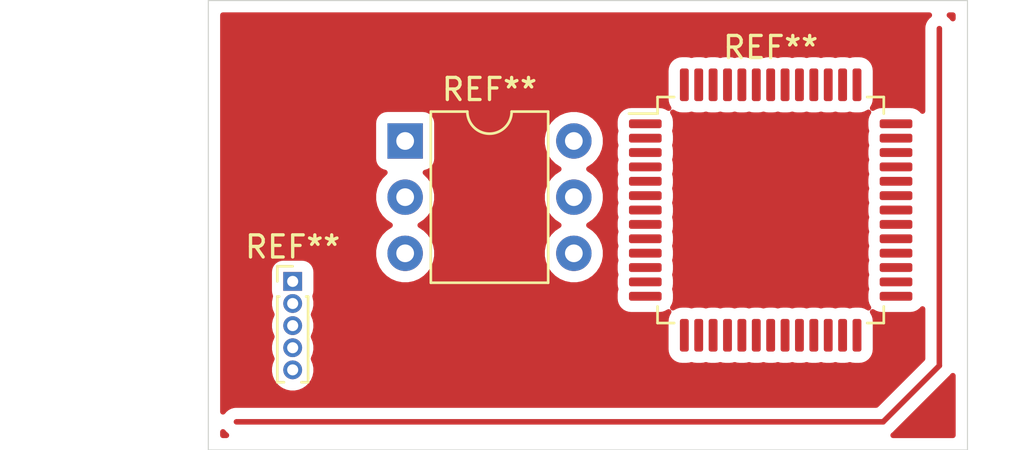
<source format=kicad_pcb>
(kicad_pcb (version 20171130) (host pcbnew 5.1.5+dfsg1-2build2)

  (general
    (thickness 1.6)
    (drawings 4)
    (tracks 3)
    (zones 0)
    (modules 3)
    (nets 1)
  )

  (page A4)
  (layers
    (0 F.Cu signal)
    (31 B.Cu signal)
    (32 B.Adhes user)
    (33 F.Adhes user)
    (34 B.Paste user)
    (35 F.Paste user)
    (36 B.SilkS user)
    (37 F.SilkS user)
    (38 B.Mask user)
    (39 F.Mask user)
    (40 Dwgs.User user)
    (41 Cmts.User user)
    (42 Eco1.User user)
    (43 Eco2.User user)
    (44 Edge.Cuts user)
    (45 Margin user)
    (46 B.CrtYd user)
    (47 F.CrtYd user)
    (48 B.Fab user)
    (49 F.Fab user)
  )

  (setup
    (last_trace_width 0.25)
    (trace_clearance 0.2)
    (zone_clearance 0.508)
    (zone_45_only no)
    (trace_min 0.2)
    (via_size 0.8)
    (via_drill 0.4)
    (via_min_size 0.4)
    (via_min_drill 0.3)
    (uvia_size 0.3)
    (uvia_drill 0.1)
    (uvias_allowed no)
    (uvia_min_size 0.2)
    (uvia_min_drill 0.1)
    (edge_width 0.05)
    (segment_width 0.2)
    (pcb_text_width 0.3)
    (pcb_text_size 1.5 1.5)
    (mod_edge_width 0.12)
    (mod_text_size 1 1)
    (mod_text_width 0.15)
    (pad_size 1.524 1.524)
    (pad_drill 0.762)
    (pad_to_mask_clearance 0.051)
    (solder_mask_min_width 0.25)
    (aux_axis_origin 0 0)
    (visible_elements FFFFFF7F)
    (pcbplotparams
      (layerselection 0x010fc_ffffffff)
      (usegerberextensions false)
      (usegerberattributes false)
      (usegerberadvancedattributes false)
      (creategerberjobfile false)
      (excludeedgelayer true)
      (linewidth 0.150000)
      (plotframeref false)
      (viasonmask false)
      (mode 1)
      (useauxorigin false)
      (hpglpennumber 1)
      (hpglpenspeed 20)
      (hpglpendiameter 15.000000)
      (psnegative false)
      (psa4output false)
      (plotreference true)
      (plotvalue true)
      (plotinvisibletext false)
      (padsonsilk false)
      (subtractmaskfromsilk false)
      (outputformat 5)
      (mirror false)
      (drillshape 0)
      (scaleselection 1)
      (outputdirectory ""))
  )

  (net 0 "")

  (net_class Default "Dies ist die voreingestellte Netzklasse."
    (clearance 0.2)
    (trace_width 0.25)
    (via_dia 0.8)
    (via_drill 0.4)
    (uvia_dia 0.3)
    (uvia_drill 0.1)
  )

  (module Connector_PinHeader_1.00mm:PinHeader_1x05_P1.00mm_Vertical (layer F.Cu) (tedit 59FED738) (tstamp 5EAAFD67)
    (at 67.31 41.91)
    (descr "Through hole straight pin header, 1x05, 1.00mm pitch, single row")
    (tags "Through hole pin header THT 1x05 1.00mm single row")
    (fp_text reference REF** (at 0 -1.56) (layer F.SilkS)
      (effects (font (size 1 1) (thickness 0.15)))
    )
    (fp_text value PinHeader_1x05_P1.00mm_Vertical (at 0 5.56) (layer F.Fab)
      (effects (font (size 1 1) (thickness 0.15)))
    )
    (fp_text user %R (at 0 2 90) (layer F.Fab)
      (effects (font (size 0.76 0.76) (thickness 0.114)))
    )
    (fp_line (start 1.15 -1) (end -1.15 -1) (layer F.CrtYd) (width 0.05))
    (fp_line (start 1.15 5) (end 1.15 -1) (layer F.CrtYd) (width 0.05))
    (fp_line (start -1.15 5) (end 1.15 5) (layer F.CrtYd) (width 0.05))
    (fp_line (start -1.15 -1) (end -1.15 5) (layer F.CrtYd) (width 0.05))
    (fp_line (start -0.695 -0.685) (end 0 -0.685) (layer F.SilkS) (width 0.12))
    (fp_line (start -0.695 0) (end -0.695 -0.685) (layer F.SilkS) (width 0.12))
    (fp_line (start 0.608276 0.685) (end 0.695 0.685) (layer F.SilkS) (width 0.12))
    (fp_line (start -0.695 0.685) (end -0.608276 0.685) (layer F.SilkS) (width 0.12))
    (fp_line (start 0.695 0.685) (end 0.695 4.56) (layer F.SilkS) (width 0.12))
    (fp_line (start -0.695 0.685) (end -0.695 4.56) (layer F.SilkS) (width 0.12))
    (fp_line (start 0.394493 4.56) (end 0.695 4.56) (layer F.SilkS) (width 0.12))
    (fp_line (start -0.695 4.56) (end -0.394493 4.56) (layer F.SilkS) (width 0.12))
    (fp_line (start -0.635 -0.1825) (end -0.3175 -0.5) (layer F.Fab) (width 0.1))
    (fp_line (start -0.635 4.5) (end -0.635 -0.1825) (layer F.Fab) (width 0.1))
    (fp_line (start 0.635 4.5) (end -0.635 4.5) (layer F.Fab) (width 0.1))
    (fp_line (start 0.635 -0.5) (end 0.635 4.5) (layer F.Fab) (width 0.1))
    (fp_line (start -0.3175 -0.5) (end 0.635 -0.5) (layer F.Fab) (width 0.1))
    (pad 5 thru_hole oval (at 0 4) (size 0.85 0.85) (drill 0.5) (layers *.Cu *.Mask))
    (pad 4 thru_hole oval (at 0 3) (size 0.85 0.85) (drill 0.5) (layers *.Cu *.Mask))
    (pad 3 thru_hole oval (at 0 2) (size 0.85 0.85) (drill 0.5) (layers *.Cu *.Mask))
    (pad 2 thru_hole oval (at 0 1) (size 0.85 0.85) (drill 0.5) (layers *.Cu *.Mask))
    (pad 1 thru_hole rect (at 0 0) (size 0.85 0.85) (drill 0.5) (layers *.Cu *.Mask))
    (model ${KISYS3DMOD}/Connector_PinHeader_1.00mm.3dshapes/PinHeader_1x05_P1.00mm_Vertical.wrl
      (at (xyz 0 0 0))
      (scale (xyz 1 1 1))
      (rotate (xyz 0 0 0))
    )
  )

  (module Package_QFP:LQFP-52_10x10mm_P0.65mm (layer F.Cu) (tedit 5D9F72AF) (tstamp 5EAAE04B)
    (at 88.9 38.6825)
    (descr "LQFP, 52 Pin (https://www.nxp.com/docs/en/package-information/98ARL10526D.pdf), generated with kicad-footprint-generator ipc_gullwing_generator.py")
    (tags "LQFP QFP")
    (attr smd)
    (fp_text reference REF** (at 0 -7.35) (layer F.SilkS)
      (effects (font (size 1 1) (thickness 0.15)))
    )
    (fp_text value LQFP-52_10x10mm_P0.65mm (at 0 7.35) (layer F.Fab)
      (effects (font (size 1 1) (thickness 0.15)))
    )
    (fp_text user %R (at 0 0) (layer F.Fab)
      (effects (font (size 1 1) (thickness 0.15)))
    )
    (fp_line (start 6.65 4.35) (end 6.65 0) (layer F.CrtYd) (width 0.05))
    (fp_line (start 5.25 4.35) (end 6.65 4.35) (layer F.CrtYd) (width 0.05))
    (fp_line (start 5.25 5.25) (end 5.25 4.35) (layer F.CrtYd) (width 0.05))
    (fp_line (start 4.35 5.25) (end 5.25 5.25) (layer F.CrtYd) (width 0.05))
    (fp_line (start 4.35 6.65) (end 4.35 5.25) (layer F.CrtYd) (width 0.05))
    (fp_line (start 0 6.65) (end 4.35 6.65) (layer F.CrtYd) (width 0.05))
    (fp_line (start -6.65 4.35) (end -6.65 0) (layer F.CrtYd) (width 0.05))
    (fp_line (start -5.25 4.35) (end -6.65 4.35) (layer F.CrtYd) (width 0.05))
    (fp_line (start -5.25 5.25) (end -5.25 4.35) (layer F.CrtYd) (width 0.05))
    (fp_line (start -4.35 5.25) (end -5.25 5.25) (layer F.CrtYd) (width 0.05))
    (fp_line (start -4.35 6.65) (end -4.35 5.25) (layer F.CrtYd) (width 0.05))
    (fp_line (start 0 6.65) (end -4.35 6.65) (layer F.CrtYd) (width 0.05))
    (fp_line (start 6.65 -4.35) (end 6.65 0) (layer F.CrtYd) (width 0.05))
    (fp_line (start 5.25 -4.35) (end 6.65 -4.35) (layer F.CrtYd) (width 0.05))
    (fp_line (start 5.25 -5.25) (end 5.25 -4.35) (layer F.CrtYd) (width 0.05))
    (fp_line (start 4.35 -5.25) (end 5.25 -5.25) (layer F.CrtYd) (width 0.05))
    (fp_line (start 4.35 -6.65) (end 4.35 -5.25) (layer F.CrtYd) (width 0.05))
    (fp_line (start 0 -6.65) (end 4.35 -6.65) (layer F.CrtYd) (width 0.05))
    (fp_line (start -6.65 -4.35) (end -6.65 0) (layer F.CrtYd) (width 0.05))
    (fp_line (start -5.25 -4.35) (end -6.65 -4.35) (layer F.CrtYd) (width 0.05))
    (fp_line (start -5.25 -5.25) (end -5.25 -4.35) (layer F.CrtYd) (width 0.05))
    (fp_line (start -4.35 -5.25) (end -5.25 -5.25) (layer F.CrtYd) (width 0.05))
    (fp_line (start -4.35 -6.65) (end -4.35 -5.25) (layer F.CrtYd) (width 0.05))
    (fp_line (start 0 -6.65) (end -4.35 -6.65) (layer F.CrtYd) (width 0.05))
    (fp_line (start -5 -4) (end -4 -5) (layer F.Fab) (width 0.1))
    (fp_line (start -5 5) (end -5 -4) (layer F.Fab) (width 0.1))
    (fp_line (start 5 5) (end -5 5) (layer F.Fab) (width 0.1))
    (fp_line (start 5 -5) (end 5 5) (layer F.Fab) (width 0.1))
    (fp_line (start -4 -5) (end 5 -5) (layer F.Fab) (width 0.1))
    (fp_line (start -5.11 -4.36) (end -6.4 -4.36) (layer F.SilkS) (width 0.12))
    (fp_line (start -5.11 -5.11) (end -5.11 -4.36) (layer F.SilkS) (width 0.12))
    (fp_line (start -4.36 -5.11) (end -5.11 -5.11) (layer F.SilkS) (width 0.12))
    (fp_line (start 5.11 -5.11) (end 5.11 -4.36) (layer F.SilkS) (width 0.12))
    (fp_line (start 4.36 -5.11) (end 5.11 -5.11) (layer F.SilkS) (width 0.12))
    (fp_line (start -5.11 5.11) (end -5.11 4.36) (layer F.SilkS) (width 0.12))
    (fp_line (start -4.36 5.11) (end -5.11 5.11) (layer F.SilkS) (width 0.12))
    (fp_line (start 5.11 5.11) (end 5.11 4.36) (layer F.SilkS) (width 0.12))
    (fp_line (start 4.36 5.11) (end 5.11 5.11) (layer F.SilkS) (width 0.12))
    (pad 52 smd roundrect (at -3.9 -5.6625) (size 0.4 1.475) (layers F.Cu F.Paste F.Mask) (roundrect_rratio 0.25))
    (pad 51 smd roundrect (at -3.25 -5.6625) (size 0.4 1.475) (layers F.Cu F.Paste F.Mask) (roundrect_rratio 0.25))
    (pad 50 smd roundrect (at -2.6 -5.6625) (size 0.4 1.475) (layers F.Cu F.Paste F.Mask) (roundrect_rratio 0.25))
    (pad 49 smd roundrect (at -1.95 -5.6625) (size 0.4 1.475) (layers F.Cu F.Paste F.Mask) (roundrect_rratio 0.25))
    (pad 48 smd roundrect (at -1.3 -5.6625) (size 0.4 1.475) (layers F.Cu F.Paste F.Mask) (roundrect_rratio 0.25))
    (pad 47 smd roundrect (at -0.65 -5.6625) (size 0.4 1.475) (layers F.Cu F.Paste F.Mask) (roundrect_rratio 0.25))
    (pad 46 smd roundrect (at 0 -5.6625) (size 0.4 1.475) (layers F.Cu F.Paste F.Mask) (roundrect_rratio 0.25))
    (pad 45 smd roundrect (at 0.65 -5.6625) (size 0.4 1.475) (layers F.Cu F.Paste F.Mask) (roundrect_rratio 0.25))
    (pad 44 smd roundrect (at 1.3 -5.6625) (size 0.4 1.475) (layers F.Cu F.Paste F.Mask) (roundrect_rratio 0.25))
    (pad 43 smd roundrect (at 1.95 -5.6625) (size 0.4 1.475) (layers F.Cu F.Paste F.Mask) (roundrect_rratio 0.25))
    (pad 42 smd roundrect (at 2.6 -5.6625) (size 0.4 1.475) (layers F.Cu F.Paste F.Mask) (roundrect_rratio 0.25))
    (pad 41 smd roundrect (at 3.25 -5.6625) (size 0.4 1.475) (layers F.Cu F.Paste F.Mask) (roundrect_rratio 0.25))
    (pad 40 smd roundrect (at 3.9 -5.6625) (size 0.4 1.475) (layers F.Cu F.Paste F.Mask) (roundrect_rratio 0.25))
    (pad 39 smd roundrect (at 5.6625 -3.9) (size 1.475 0.4) (layers F.Cu F.Paste F.Mask) (roundrect_rratio 0.25))
    (pad 38 smd roundrect (at 5.6625 -3.25) (size 1.475 0.4) (layers F.Cu F.Paste F.Mask) (roundrect_rratio 0.25))
    (pad 37 smd roundrect (at 5.6625 -2.6) (size 1.475 0.4) (layers F.Cu F.Paste F.Mask) (roundrect_rratio 0.25))
    (pad 36 smd roundrect (at 5.6625 -1.95) (size 1.475 0.4) (layers F.Cu F.Paste F.Mask) (roundrect_rratio 0.25))
    (pad 35 smd roundrect (at 5.6625 -1.3) (size 1.475 0.4) (layers F.Cu F.Paste F.Mask) (roundrect_rratio 0.25))
    (pad 34 smd roundrect (at 5.6625 -0.65) (size 1.475 0.4) (layers F.Cu F.Paste F.Mask) (roundrect_rratio 0.25))
    (pad 33 smd roundrect (at 5.6625 0) (size 1.475 0.4) (layers F.Cu F.Paste F.Mask) (roundrect_rratio 0.25))
    (pad 32 smd roundrect (at 5.6625 0.65) (size 1.475 0.4) (layers F.Cu F.Paste F.Mask) (roundrect_rratio 0.25))
    (pad 31 smd roundrect (at 5.6625 1.3) (size 1.475 0.4) (layers F.Cu F.Paste F.Mask) (roundrect_rratio 0.25))
    (pad 30 smd roundrect (at 5.6625 1.95) (size 1.475 0.4) (layers F.Cu F.Paste F.Mask) (roundrect_rratio 0.25))
    (pad 29 smd roundrect (at 5.6625 2.6) (size 1.475 0.4) (layers F.Cu F.Paste F.Mask) (roundrect_rratio 0.25))
    (pad 28 smd roundrect (at 5.6625 3.25) (size 1.475 0.4) (layers F.Cu F.Paste F.Mask) (roundrect_rratio 0.25))
    (pad 27 smd roundrect (at 5.6625 3.9) (size 1.475 0.4) (layers F.Cu F.Paste F.Mask) (roundrect_rratio 0.25))
    (pad 26 smd roundrect (at 3.9 5.6625) (size 0.4 1.475) (layers F.Cu F.Paste F.Mask) (roundrect_rratio 0.25))
    (pad 25 smd roundrect (at 3.25 5.6625) (size 0.4 1.475) (layers F.Cu F.Paste F.Mask) (roundrect_rratio 0.25))
    (pad 24 smd roundrect (at 2.6 5.6625) (size 0.4 1.475) (layers F.Cu F.Paste F.Mask) (roundrect_rratio 0.25))
    (pad 23 smd roundrect (at 1.95 5.6625) (size 0.4 1.475) (layers F.Cu F.Paste F.Mask) (roundrect_rratio 0.25))
    (pad 22 smd roundrect (at 1.3 5.6625) (size 0.4 1.475) (layers F.Cu F.Paste F.Mask) (roundrect_rratio 0.25))
    (pad 21 smd roundrect (at 0.65 5.6625) (size 0.4 1.475) (layers F.Cu F.Paste F.Mask) (roundrect_rratio 0.25))
    (pad 20 smd roundrect (at 0 5.6625) (size 0.4 1.475) (layers F.Cu F.Paste F.Mask) (roundrect_rratio 0.25))
    (pad 19 smd roundrect (at -0.65 5.6625) (size 0.4 1.475) (layers F.Cu F.Paste F.Mask) (roundrect_rratio 0.25))
    (pad 18 smd roundrect (at -1.3 5.6625) (size 0.4 1.475) (layers F.Cu F.Paste F.Mask) (roundrect_rratio 0.25))
    (pad 17 smd roundrect (at -1.95 5.6625) (size 0.4 1.475) (layers F.Cu F.Paste F.Mask) (roundrect_rratio 0.25))
    (pad 16 smd roundrect (at -2.6 5.6625) (size 0.4 1.475) (layers F.Cu F.Paste F.Mask) (roundrect_rratio 0.25))
    (pad 15 smd roundrect (at -3.25 5.6625) (size 0.4 1.475) (layers F.Cu F.Paste F.Mask) (roundrect_rratio 0.25))
    (pad 14 smd roundrect (at -3.9 5.6625) (size 0.4 1.475) (layers F.Cu F.Paste F.Mask) (roundrect_rratio 0.25))
    (pad 13 smd roundrect (at -5.6625 3.9) (size 1.475 0.4) (layers F.Cu F.Paste F.Mask) (roundrect_rratio 0.25))
    (pad 12 smd roundrect (at -5.6625 3.25) (size 1.475 0.4) (layers F.Cu F.Paste F.Mask) (roundrect_rratio 0.25))
    (pad 11 smd roundrect (at -5.6625 2.6) (size 1.475 0.4) (layers F.Cu F.Paste F.Mask) (roundrect_rratio 0.25))
    (pad 10 smd roundrect (at -5.6625 1.95) (size 1.475 0.4) (layers F.Cu F.Paste F.Mask) (roundrect_rratio 0.25))
    (pad 9 smd roundrect (at -5.6625 1.3) (size 1.475 0.4) (layers F.Cu F.Paste F.Mask) (roundrect_rratio 0.25))
    (pad 8 smd roundrect (at -5.6625 0.65) (size 1.475 0.4) (layers F.Cu F.Paste F.Mask) (roundrect_rratio 0.25))
    (pad 7 smd roundrect (at -5.6625 0) (size 1.475 0.4) (layers F.Cu F.Paste F.Mask) (roundrect_rratio 0.25))
    (pad 6 smd roundrect (at -5.6625 -0.65) (size 1.475 0.4) (layers F.Cu F.Paste F.Mask) (roundrect_rratio 0.25))
    (pad 5 smd roundrect (at -5.6625 -1.3) (size 1.475 0.4) (layers F.Cu F.Paste F.Mask) (roundrect_rratio 0.25))
    (pad 4 smd roundrect (at -5.6625 -1.95) (size 1.475 0.4) (layers F.Cu F.Paste F.Mask) (roundrect_rratio 0.25))
    (pad 3 smd roundrect (at -5.6625 -2.6) (size 1.475 0.4) (layers F.Cu F.Paste F.Mask) (roundrect_rratio 0.25))
    (pad 2 smd roundrect (at -5.6625 -3.25) (size 1.475 0.4) (layers F.Cu F.Paste F.Mask) (roundrect_rratio 0.25))
    (pad 1 smd roundrect (at -5.6625 -3.9) (size 1.475 0.4) (layers F.Cu F.Paste F.Mask) (roundrect_rratio 0.25))
    (model ${KISYS3DMOD}/Package_QFP.3dshapes/LQFP-52_10x10mm_P0.65mm.wrl
      (at (xyz 0 0 0))
      (scale (xyz 1 1 1))
      (rotate (xyz 0 0 0))
    )
  )

  (module Package_DIP:DIP-6_W7.62mm (layer F.Cu) (tedit 5A02E8C5) (tstamp 5EAABCB8)
    (at 72.39 35.56)
    (descr "6-lead though-hole mounted DIP package, row spacing 7.62 mm (300 mils)")
    (tags "THT DIP DIL PDIP 2.54mm 7.62mm 300mil")
    (fp_text reference REF** (at 3.81 -2.33) (layer F.SilkS)
      (effects (font (size 1 1) (thickness 0.15)))
    )
    (fp_text value DIP-6_W7.62mm (at 3.81 7.41) (layer F.Fab)
      (effects (font (size 1 1) (thickness 0.15)))
    )
    (fp_text user %R (at 3.81 2.54) (layer F.Fab)
      (effects (font (size 1 1) (thickness 0.15)))
    )
    (fp_line (start 8.7 -1.55) (end -1.1 -1.55) (layer F.CrtYd) (width 0.05))
    (fp_line (start 8.7 6.6) (end 8.7 -1.55) (layer F.CrtYd) (width 0.05))
    (fp_line (start -1.1 6.6) (end 8.7 6.6) (layer F.CrtYd) (width 0.05))
    (fp_line (start -1.1 -1.55) (end -1.1 6.6) (layer F.CrtYd) (width 0.05))
    (fp_line (start 6.46 -1.33) (end 4.81 -1.33) (layer F.SilkS) (width 0.12))
    (fp_line (start 6.46 6.41) (end 6.46 -1.33) (layer F.SilkS) (width 0.12))
    (fp_line (start 1.16 6.41) (end 6.46 6.41) (layer F.SilkS) (width 0.12))
    (fp_line (start 1.16 -1.33) (end 1.16 6.41) (layer F.SilkS) (width 0.12))
    (fp_line (start 2.81 -1.33) (end 1.16 -1.33) (layer F.SilkS) (width 0.12))
    (fp_line (start 0.635 -0.27) (end 1.635 -1.27) (layer F.Fab) (width 0.1))
    (fp_line (start 0.635 6.35) (end 0.635 -0.27) (layer F.Fab) (width 0.1))
    (fp_line (start 6.985 6.35) (end 0.635 6.35) (layer F.Fab) (width 0.1))
    (fp_line (start 6.985 -1.27) (end 6.985 6.35) (layer F.Fab) (width 0.1))
    (fp_line (start 1.635 -1.27) (end 6.985 -1.27) (layer F.Fab) (width 0.1))
    (fp_arc (start 3.81 -1.33) (end 2.81 -1.33) (angle -180) (layer F.SilkS) (width 0.12))
    (pad 6 thru_hole oval (at 7.62 0) (size 1.6 1.6) (drill 0.8) (layers *.Cu *.Mask))
    (pad 3 thru_hole oval (at 0 5.08) (size 1.6 1.6) (drill 0.8) (layers *.Cu *.Mask))
    (pad 5 thru_hole oval (at 7.62 2.54) (size 1.6 1.6) (drill 0.8) (layers *.Cu *.Mask))
    (pad 2 thru_hole oval (at 0 2.54) (size 1.6 1.6) (drill 0.8) (layers *.Cu *.Mask))
    (pad 4 thru_hole oval (at 7.62 5.08) (size 1.6 1.6) (drill 0.8) (layers *.Cu *.Mask))
    (pad 1 thru_hole rect (at 0 0) (size 1.6 1.6) (drill 0.8) (layers *.Cu *.Mask))
    (model ${KISYS3DMOD}/Package_DIP.3dshapes/DIP-6_W7.62mm.wrl
      (at (xyz 0 0 0))
      (scale (xyz 1 1 1))
      (rotate (xyz 0 0 0))
    )
  )

  (gr_line (start 63.5 49.53) (end 63.5 29.21) (layer Edge.Cuts) (width 0.05) (tstamp 5EAACF03))
  (gr_line (start 97.79 49.53) (end 63.5 49.53) (layer Edge.Cuts) (width 0.05))
  (gr_line (start 97.79 29.21) (end 97.79 49.53) (layer Edge.Cuts) (width 0.05))
  (gr_line (start 63.5 29.21) (end 97.79 29.21) (layer Edge.Cuts) (width 0.05))

  (segment (start 64.77 48.26) (end 93.98 48.26) (width 0.25) (layer F.Cu) (net 0))
  (segment (start 93.98 48.26) (end 96.52 45.72) (width 0.25) (layer F.Cu) (net 0))
  (segment (start 96.52 45.72) (end 96.52 30.48) (width 0.25) (layer F.Cu) (net 0))

  (zone (net 0) (net_name "") (layer F.Cu) (tstamp 0) (hatch edge 0.508)
    (connect_pads (clearance 0.508))
    (min_thickness 0.254)
    (fill yes (arc_segments 32) (thermal_gap 0.508) (thermal_bridge_width 0.508))
    (polygon
      (pts
        (xy 97.79 49.53) (xy 63.5 49.53) (xy 63.5 29.21) (xy 97.79 29.21)
      )
    )
    (filled_polygon
      (pts
        (xy 97.130001 48.87) (xy 94.434707 48.87) (xy 94.520001 48.800001) (xy 94.543804 48.770997) (xy 97.031009 46.283794)
        (xy 97.060001 46.260001) (xy 97.083795 46.231008) (xy 97.083799 46.231004) (xy 97.130001 46.174706)
      )
    )
    (filled_polygon
      (pts
        (xy 64.229999 48.800001) (xy 64.315293 48.87) (xy 64.16 48.87) (xy 64.16 48.714707)
      )
    )
    (filled_polygon
      (pts
        (xy 95.98 29.939999) (xy 95.885027 30.055724) (xy 95.814455 30.187753) (xy 95.770998 30.331014) (xy 95.760001 30.442667)
        (xy 95.760001 34.207035) (xy 95.721896 34.160604) (xy 95.610051 34.068816) (xy 95.482448 34.00061) (xy 95.343991 33.95861)
        (xy 95.2 33.944428) (xy 93.925 33.944428) (xy 93.781009 33.95861) (xy 93.642552 34.00061) (xy 93.514949 34.068816)
        (xy 93.507895 34.074605) (xy 93.513684 34.067551) (xy 93.58189 33.939948) (xy 93.62389 33.801491) (xy 93.638072 33.6575)
        (xy 93.638072 32.3825) (xy 93.62389 32.238509) (xy 93.58189 32.100052) (xy 93.513684 31.972449) (xy 93.421896 31.860604)
        (xy 93.310051 31.768816) (xy 93.182448 31.70061) (xy 93.043991 31.65861) (xy 92.9 31.644428) (xy 92.7 31.644428)
        (xy 92.556009 31.65861) (xy 92.475 31.683184) (xy 92.393991 31.65861) (xy 92.25 31.644428) (xy 92.05 31.644428)
        (xy 91.906009 31.65861) (xy 91.825 31.683184) (xy 91.743991 31.65861) (xy 91.6 31.644428) (xy 91.4 31.644428)
        (xy 91.256009 31.65861) (xy 91.175 31.683184) (xy 91.093991 31.65861) (xy 90.95 31.644428) (xy 90.75 31.644428)
        (xy 90.606009 31.65861) (xy 90.525 31.683184) (xy 90.443991 31.65861) (xy 90.3 31.644428) (xy 90.1 31.644428)
        (xy 89.956009 31.65861) (xy 89.875 31.683184) (xy 89.793991 31.65861) (xy 89.65 31.644428) (xy 89.45 31.644428)
        (xy 89.306009 31.65861) (xy 89.225 31.683184) (xy 89.143991 31.65861) (xy 89 31.644428) (xy 88.8 31.644428)
        (xy 88.656009 31.65861) (xy 88.575 31.683184) (xy 88.493991 31.65861) (xy 88.35 31.644428) (xy 88.15 31.644428)
        (xy 88.006009 31.65861) (xy 87.925 31.683184) (xy 87.843991 31.65861) (xy 87.7 31.644428) (xy 87.5 31.644428)
        (xy 87.356009 31.65861) (xy 87.275 31.683184) (xy 87.193991 31.65861) (xy 87.05 31.644428) (xy 86.85 31.644428)
        (xy 86.706009 31.65861) (xy 86.625 31.683184) (xy 86.543991 31.65861) (xy 86.4 31.644428) (xy 86.2 31.644428)
        (xy 86.056009 31.65861) (xy 85.975 31.683184) (xy 85.893991 31.65861) (xy 85.75 31.644428) (xy 85.55 31.644428)
        (xy 85.406009 31.65861) (xy 85.325 31.683184) (xy 85.243991 31.65861) (xy 85.1 31.644428) (xy 84.9 31.644428)
        (xy 84.756009 31.65861) (xy 84.617552 31.70061) (xy 84.489949 31.768816) (xy 84.378104 31.860604) (xy 84.286316 31.972449)
        (xy 84.21811 32.100052) (xy 84.17611 32.238509) (xy 84.161928 32.3825) (xy 84.161928 33.6575) (xy 84.17611 33.801491)
        (xy 84.21811 33.939948) (xy 84.286316 34.067551) (xy 84.292105 34.074605) (xy 84.285051 34.068816) (xy 84.157448 34.00061)
        (xy 84.018991 33.95861) (xy 83.875 33.944428) (xy 82.6 33.944428) (xy 82.456009 33.95861) (xy 82.317552 34.00061)
        (xy 82.189949 34.068816) (xy 82.078104 34.160604) (xy 81.986316 34.272449) (xy 81.91811 34.400052) (xy 81.87611 34.538509)
        (xy 81.861928 34.6825) (xy 81.861928 34.8825) (xy 81.87611 35.026491) (xy 81.900684 35.1075) (xy 81.87611 35.188509)
        (xy 81.861928 35.3325) (xy 81.861928 35.5325) (xy 81.87611 35.676491) (xy 81.900684 35.7575) (xy 81.87611 35.838509)
        (xy 81.861928 35.9825) (xy 81.861928 36.1825) (xy 81.87611 36.326491) (xy 81.900684 36.4075) (xy 81.87611 36.488509)
        (xy 81.861928 36.6325) (xy 81.861928 36.8325) (xy 81.87611 36.976491) (xy 81.900684 37.0575) (xy 81.87611 37.138509)
        (xy 81.861928 37.2825) (xy 81.861928 37.4825) (xy 81.87611 37.626491) (xy 81.900684 37.7075) (xy 81.87611 37.788509)
        (xy 81.861928 37.9325) (xy 81.861928 38.1325) (xy 81.87611 38.276491) (xy 81.900684 38.3575) (xy 81.87611 38.438509)
        (xy 81.861928 38.5825) (xy 81.861928 38.7825) (xy 81.87611 38.926491) (xy 81.900684 39.0075) (xy 81.87611 39.088509)
        (xy 81.861928 39.2325) (xy 81.861928 39.4325) (xy 81.87611 39.576491) (xy 81.900684 39.6575) (xy 81.87611 39.738509)
        (xy 81.861928 39.8825) (xy 81.861928 40.0825) (xy 81.87611 40.226491) (xy 81.900684 40.3075) (xy 81.87611 40.388509)
        (xy 81.861928 40.5325) (xy 81.861928 40.7325) (xy 81.87611 40.876491) (xy 81.900684 40.9575) (xy 81.87611 41.038509)
        (xy 81.861928 41.1825) (xy 81.861928 41.3825) (xy 81.87611 41.526491) (xy 81.900684 41.6075) (xy 81.87611 41.688509)
        (xy 81.861928 41.8325) (xy 81.861928 42.0325) (xy 81.87611 42.176491) (xy 81.900684 42.2575) (xy 81.87611 42.338509)
        (xy 81.861928 42.4825) (xy 81.861928 42.6825) (xy 81.87611 42.826491) (xy 81.91811 42.964948) (xy 81.986316 43.092551)
        (xy 82.078104 43.204396) (xy 82.189949 43.296184) (xy 82.317552 43.36439) (xy 82.456009 43.40639) (xy 82.6 43.420572)
        (xy 83.875 43.420572) (xy 84.018991 43.40639) (xy 84.157448 43.36439) (xy 84.285051 43.296184) (xy 84.292105 43.290395)
        (xy 84.286316 43.297449) (xy 84.21811 43.425052) (xy 84.17611 43.563509) (xy 84.161928 43.7075) (xy 84.161928 44.9825)
        (xy 84.17611 45.126491) (xy 84.21811 45.264948) (xy 84.286316 45.392551) (xy 84.378104 45.504396) (xy 84.489949 45.596184)
        (xy 84.617552 45.66439) (xy 84.756009 45.70639) (xy 84.9 45.720572) (xy 85.1 45.720572) (xy 85.243991 45.70639)
        (xy 85.325 45.681816) (xy 85.406009 45.70639) (xy 85.55 45.720572) (xy 85.75 45.720572) (xy 85.893991 45.70639)
        (xy 85.975 45.681816) (xy 86.056009 45.70639) (xy 86.2 45.720572) (xy 86.4 45.720572) (xy 86.543991 45.70639)
        (xy 86.625 45.681816) (xy 86.706009 45.70639) (xy 86.85 45.720572) (xy 87.05 45.720572) (xy 87.193991 45.70639)
        (xy 87.275 45.681816) (xy 87.356009 45.70639) (xy 87.5 45.720572) (xy 87.7 45.720572) (xy 87.843991 45.70639)
        (xy 87.925 45.681816) (xy 88.006009 45.70639) (xy 88.15 45.720572) (xy 88.35 45.720572) (xy 88.493991 45.70639)
        (xy 88.575 45.681816) (xy 88.656009 45.70639) (xy 88.8 45.720572) (xy 89 45.720572) (xy 89.143991 45.70639)
        (xy 89.225 45.681816) (xy 89.306009 45.70639) (xy 89.45 45.720572) (xy 89.65 45.720572) (xy 89.793991 45.70639)
        (xy 89.875 45.681816) (xy 89.956009 45.70639) (xy 90.1 45.720572) (xy 90.3 45.720572) (xy 90.443991 45.70639)
        (xy 90.525 45.681816) (xy 90.606009 45.70639) (xy 90.75 45.720572) (xy 90.95 45.720572) (xy 91.093991 45.70639)
        (xy 91.175 45.681816) (xy 91.256009 45.70639) (xy 91.4 45.720572) (xy 91.6 45.720572) (xy 91.743991 45.70639)
        (xy 91.825 45.681816) (xy 91.906009 45.70639) (xy 92.05 45.720572) (xy 92.25 45.720572) (xy 92.393991 45.70639)
        (xy 92.475 45.681816) (xy 92.556009 45.70639) (xy 92.7 45.720572) (xy 92.9 45.720572) (xy 93.043991 45.70639)
        (xy 93.182448 45.66439) (xy 93.310051 45.596184) (xy 93.421896 45.504396) (xy 93.513684 45.392551) (xy 93.58189 45.264948)
        (xy 93.62389 45.126491) (xy 93.638072 44.9825) (xy 93.638072 43.7075) (xy 93.62389 43.563509) (xy 93.58189 43.425052)
        (xy 93.513684 43.297449) (xy 93.507895 43.290395) (xy 93.514949 43.296184) (xy 93.642552 43.36439) (xy 93.781009 43.40639)
        (xy 93.925 43.420572) (xy 95.2 43.420572) (xy 95.343991 43.40639) (xy 95.482448 43.36439) (xy 95.610051 43.296184)
        (xy 95.721896 43.204396) (xy 95.76 43.157966) (xy 95.76 45.405197) (xy 93.665199 47.5) (xy 64.732667 47.5)
        (xy 64.621014 47.510997) (xy 64.477753 47.554454) (xy 64.345724 47.625026) (xy 64.229999 47.719999) (xy 64.16 47.805293)
        (xy 64.16 41.485) (xy 66.246928 41.485) (xy 66.246928 42.335) (xy 66.259188 42.459482) (xy 66.295498 42.57918)
        (xy 66.297862 42.583603) (xy 66.290735 42.600809) (xy 66.25 42.805599) (xy 66.25 43.014401) (xy 66.290735 43.219191)
        (xy 66.369771 43.41) (xy 66.290735 43.600809) (xy 66.25 43.805599) (xy 66.25 44.014401) (xy 66.290735 44.219191)
        (xy 66.369771 44.41) (xy 66.290735 44.600809) (xy 66.25 44.805599) (xy 66.25 45.014401) (xy 66.290735 45.219191)
        (xy 66.369771 45.41) (xy 66.290735 45.600809) (xy 66.25 45.805599) (xy 66.25 46.014401) (xy 66.290735 46.219191)
        (xy 66.37064 46.412098) (xy 66.486644 46.585711) (xy 66.634289 46.733356) (xy 66.807902 46.84936) (xy 67.000809 46.929265)
        (xy 67.205599 46.97) (xy 67.414401 46.97) (xy 67.619191 46.929265) (xy 67.812098 46.84936) (xy 67.985711 46.733356)
        (xy 68.133356 46.585711) (xy 68.24936 46.412098) (xy 68.329265 46.219191) (xy 68.37 46.014401) (xy 68.37 45.805599)
        (xy 68.329265 45.600809) (xy 68.250229 45.41) (xy 68.329265 45.219191) (xy 68.37 45.014401) (xy 68.37 44.805599)
        (xy 68.329265 44.600809) (xy 68.250229 44.41) (xy 68.329265 44.219191) (xy 68.37 44.014401) (xy 68.37 43.805599)
        (xy 68.329265 43.600809) (xy 68.250229 43.41) (xy 68.329265 43.219191) (xy 68.37 43.014401) (xy 68.37 42.805599)
        (xy 68.329265 42.600809) (xy 68.322138 42.583603) (xy 68.324502 42.57918) (xy 68.360812 42.459482) (xy 68.373072 42.335)
        (xy 68.373072 41.485) (xy 68.360812 41.360518) (xy 68.324502 41.24082) (xy 68.265537 41.130506) (xy 68.186185 41.033815)
        (xy 68.089494 40.954463) (xy 67.97918 40.895498) (xy 67.859482 40.859188) (xy 67.735 40.846928) (xy 66.885 40.846928)
        (xy 66.760518 40.859188) (xy 66.64082 40.895498) (xy 66.530506 40.954463) (xy 66.433815 41.033815) (xy 66.354463 41.130506)
        (xy 66.295498 41.24082) (xy 66.259188 41.360518) (xy 66.246928 41.485) (xy 64.16 41.485) (xy 64.16 34.76)
        (xy 70.951928 34.76) (xy 70.951928 36.36) (xy 70.964188 36.484482) (xy 71.000498 36.60418) (xy 71.059463 36.714494)
        (xy 71.138815 36.811185) (xy 71.235506 36.890537) (xy 71.34582 36.949502) (xy 71.465518 36.985812) (xy 71.473961 36.986643)
        (xy 71.275363 37.185241) (xy 71.11832 37.420273) (xy 71.010147 37.681426) (xy 70.955 37.958665) (xy 70.955 38.241335)
        (xy 71.010147 38.518574) (xy 71.11832 38.779727) (xy 71.275363 39.014759) (xy 71.475241 39.214637) (xy 71.707759 39.37)
        (xy 71.475241 39.525363) (xy 71.275363 39.725241) (xy 71.11832 39.960273) (xy 71.010147 40.221426) (xy 70.955 40.498665)
        (xy 70.955 40.781335) (xy 71.010147 41.058574) (xy 71.11832 41.319727) (xy 71.275363 41.554759) (xy 71.475241 41.754637)
        (xy 71.710273 41.91168) (xy 71.971426 42.019853) (xy 72.248665 42.075) (xy 72.531335 42.075) (xy 72.808574 42.019853)
        (xy 73.069727 41.91168) (xy 73.304759 41.754637) (xy 73.504637 41.554759) (xy 73.66168 41.319727) (xy 73.769853 41.058574)
        (xy 73.825 40.781335) (xy 73.825 40.498665) (xy 73.769853 40.221426) (xy 73.66168 39.960273) (xy 73.504637 39.725241)
        (xy 73.304759 39.525363) (xy 73.072241 39.37) (xy 73.304759 39.214637) (xy 73.504637 39.014759) (xy 73.66168 38.779727)
        (xy 73.769853 38.518574) (xy 73.825 38.241335) (xy 73.825 37.958665) (xy 73.769853 37.681426) (xy 73.66168 37.420273)
        (xy 73.504637 37.185241) (xy 73.306039 36.986643) (xy 73.314482 36.985812) (xy 73.43418 36.949502) (xy 73.544494 36.890537)
        (xy 73.641185 36.811185) (xy 73.720537 36.714494) (xy 73.779502 36.60418) (xy 73.815812 36.484482) (xy 73.828072 36.36)
        (xy 73.828072 35.418665) (xy 78.575 35.418665) (xy 78.575 35.701335) (xy 78.630147 35.978574) (xy 78.73832 36.239727)
        (xy 78.895363 36.474759) (xy 79.095241 36.674637) (xy 79.327759 36.83) (xy 79.095241 36.985363) (xy 78.895363 37.185241)
        (xy 78.73832 37.420273) (xy 78.630147 37.681426) (xy 78.575 37.958665) (xy 78.575 38.241335) (xy 78.630147 38.518574)
        (xy 78.73832 38.779727) (xy 78.895363 39.014759) (xy 79.095241 39.214637) (xy 79.327759 39.37) (xy 79.095241 39.525363)
        (xy 78.895363 39.725241) (xy 78.73832 39.960273) (xy 78.630147 40.221426) (xy 78.575 40.498665) (xy 78.575 40.781335)
        (xy 78.630147 41.058574) (xy 78.73832 41.319727) (xy 78.895363 41.554759) (xy 79.095241 41.754637) (xy 79.330273 41.91168)
        (xy 79.591426 42.019853) (xy 79.868665 42.075) (xy 80.151335 42.075) (xy 80.428574 42.019853) (xy 80.689727 41.91168)
        (xy 80.924759 41.754637) (xy 81.124637 41.554759) (xy 81.28168 41.319727) (xy 81.389853 41.058574) (xy 81.445 40.781335)
        (xy 81.445 40.498665) (xy 81.389853 40.221426) (xy 81.28168 39.960273) (xy 81.124637 39.725241) (xy 80.924759 39.525363)
        (xy 80.692241 39.37) (xy 80.924759 39.214637) (xy 81.124637 39.014759) (xy 81.28168 38.779727) (xy 81.389853 38.518574)
        (xy 81.445 38.241335) (xy 81.445 37.958665) (xy 81.389853 37.681426) (xy 81.28168 37.420273) (xy 81.124637 37.185241)
        (xy 80.924759 36.985363) (xy 80.692241 36.83) (xy 80.924759 36.674637) (xy 81.124637 36.474759) (xy 81.28168 36.239727)
        (xy 81.389853 35.978574) (xy 81.445 35.701335) (xy 81.445 35.418665) (xy 81.389853 35.141426) (xy 81.28168 34.880273)
        (xy 81.124637 34.645241) (xy 80.924759 34.445363) (xy 80.689727 34.28832) (xy 80.428574 34.180147) (xy 80.151335 34.125)
        (xy 79.868665 34.125) (xy 79.591426 34.180147) (xy 79.330273 34.28832) (xy 79.095241 34.445363) (xy 78.895363 34.645241)
        (xy 78.73832 34.880273) (xy 78.630147 35.141426) (xy 78.575 35.418665) (xy 73.828072 35.418665) (xy 73.828072 34.76)
        (xy 73.815812 34.635518) (xy 73.779502 34.51582) (xy 73.720537 34.405506) (xy 73.641185 34.308815) (xy 73.544494 34.229463)
        (xy 73.43418 34.170498) (xy 73.314482 34.134188) (xy 73.19 34.121928) (xy 71.59 34.121928) (xy 71.465518 34.134188)
        (xy 71.34582 34.170498) (xy 71.235506 34.229463) (xy 71.138815 34.308815) (xy 71.059463 34.405506) (xy 71.000498 34.51582)
        (xy 70.964188 34.635518) (xy 70.951928 34.76) (xy 64.16 34.76) (xy 64.16 29.87) (xy 96.065294 29.87)
      )
    )
    (filled_polygon
      (pts
        (xy 93.311316 34.272449) (xy 93.24311 34.400052) (xy 93.20111 34.538509) (xy 93.186928 34.6825) (xy 93.186928 34.8825)
        (xy 93.20111 35.026491) (xy 93.225684 35.1075) (xy 93.20111 35.188509) (xy 93.186928 35.3325) (xy 93.186928 35.5325)
        (xy 93.20111 35.676491) (xy 93.225684 35.7575) (xy 93.20111 35.838509) (xy 93.186928 35.9825) (xy 93.186928 36.1825)
        (xy 93.20111 36.326491) (xy 93.225684 36.4075) (xy 93.20111 36.488509) (xy 93.186928 36.6325) (xy 93.186928 36.8325)
        (xy 93.20111 36.976491) (xy 93.225684 37.0575) (xy 93.20111 37.138509) (xy 93.186928 37.2825) (xy 93.186928 37.4825)
        (xy 93.20111 37.626491) (xy 93.225684 37.7075) (xy 93.20111 37.788509) (xy 93.186928 37.9325) (xy 93.186928 38.1325)
        (xy 93.20111 38.276491) (xy 93.225684 38.3575) (xy 93.20111 38.438509) (xy 93.186928 38.5825) (xy 93.186928 38.7825)
        (xy 93.20111 38.926491) (xy 93.225684 39.0075) (xy 93.20111 39.088509) (xy 93.186928 39.2325) (xy 93.186928 39.4325)
        (xy 93.20111 39.576491) (xy 93.225684 39.6575) (xy 93.20111 39.738509) (xy 93.186928 39.8825) (xy 93.186928 40.0825)
        (xy 93.20111 40.226491) (xy 93.225684 40.3075) (xy 93.20111 40.388509) (xy 93.186928 40.5325) (xy 93.186928 40.7325)
        (xy 93.20111 40.876491) (xy 93.225684 40.9575) (xy 93.20111 41.038509) (xy 93.186928 41.1825) (xy 93.186928 41.3825)
        (xy 93.20111 41.526491) (xy 93.225684 41.6075) (xy 93.20111 41.688509) (xy 93.186928 41.8325) (xy 93.186928 42.0325)
        (xy 93.20111 42.176491) (xy 93.225684 42.2575) (xy 93.20111 42.338509) (xy 93.186928 42.4825) (xy 93.186928 42.6825)
        (xy 93.20111 42.826491) (xy 93.24311 42.964948) (xy 93.311316 43.092551) (xy 93.317105 43.099605) (xy 93.310051 43.093816)
        (xy 93.182448 43.02561) (xy 93.043991 42.98361) (xy 92.9 42.969428) (xy 92.7 42.969428) (xy 92.556009 42.98361)
        (xy 92.475 43.008184) (xy 92.393991 42.98361) (xy 92.25 42.969428) (xy 92.05 42.969428) (xy 91.906009 42.98361)
        (xy 91.825 43.008184) (xy 91.743991 42.98361) (xy 91.6 42.969428) (xy 91.4 42.969428) (xy 91.256009 42.98361)
        (xy 91.175 43.008184) (xy 91.093991 42.98361) (xy 90.95 42.969428) (xy 90.75 42.969428) (xy 90.606009 42.98361)
        (xy 90.525 43.008184) (xy 90.443991 42.98361) (xy 90.3 42.969428) (xy 90.1 42.969428) (xy 89.956009 42.98361)
        (xy 89.875 43.008184) (xy 89.793991 42.98361) (xy 89.65 42.969428) (xy 89.45 42.969428) (xy 89.306009 42.98361)
        (xy 89.225 43.008184) (xy 89.143991 42.98361) (xy 89 42.969428) (xy 88.8 42.969428) (xy 88.656009 42.98361)
        (xy 88.575 43.008184) (xy 88.493991 42.98361) (xy 88.35 42.969428) (xy 88.15 42.969428) (xy 88.006009 42.98361)
        (xy 87.925 43.008184) (xy 87.843991 42.98361) (xy 87.7 42.969428) (xy 87.5 42.969428) (xy 87.356009 42.98361)
        (xy 87.275 43.008184) (xy 87.193991 42.98361) (xy 87.05 42.969428) (xy 86.85 42.969428) (xy 86.706009 42.98361)
        (xy 86.625 43.008184) (xy 86.543991 42.98361) (xy 86.4 42.969428) (xy 86.2 42.969428) (xy 86.056009 42.98361)
        (xy 85.975 43.008184) (xy 85.893991 42.98361) (xy 85.75 42.969428) (xy 85.55 42.969428) (xy 85.406009 42.98361)
        (xy 85.325 43.008184) (xy 85.243991 42.98361) (xy 85.1 42.969428) (xy 84.9 42.969428) (xy 84.756009 42.98361)
        (xy 84.617552 43.02561) (xy 84.489949 43.093816) (xy 84.482895 43.099605) (xy 84.488684 43.092551) (xy 84.55689 42.964948)
        (xy 84.59889 42.826491) (xy 84.613072 42.6825) (xy 84.613072 42.4825) (xy 84.59889 42.338509) (xy 84.574316 42.2575)
        (xy 84.59889 42.176491) (xy 84.613072 42.0325) (xy 84.613072 41.8325) (xy 84.59889 41.688509) (xy 84.574316 41.6075)
        (xy 84.59889 41.526491) (xy 84.613072 41.3825) (xy 84.613072 41.1825) (xy 84.59889 41.038509) (xy 84.574316 40.9575)
        (xy 84.59889 40.876491) (xy 84.613072 40.7325) (xy 84.613072 40.5325) (xy 84.59889 40.388509) (xy 84.574316 40.3075)
        (xy 84.59889 40.226491) (xy 84.613072 40.0825) (xy 84.613072 39.8825) (xy 84.59889 39.738509) (xy 84.574316 39.6575)
        (xy 84.59889 39.576491) (xy 84.613072 39.4325) (xy 84.613072 39.2325) (xy 84.59889 39.088509) (xy 84.574316 39.0075)
        (xy 84.59889 38.926491) (xy 84.613072 38.7825) (xy 84.613072 38.5825) (xy 84.59889 38.438509) (xy 84.574316 38.3575)
        (xy 84.59889 38.276491) (xy 84.613072 38.1325) (xy 84.613072 37.9325) (xy 84.59889 37.788509) (xy 84.574316 37.7075)
        (xy 84.59889 37.626491) (xy 84.613072 37.4825) (xy 84.613072 37.2825) (xy 84.59889 37.138509) (xy 84.574316 37.0575)
        (xy 84.59889 36.976491) (xy 84.613072 36.8325) (xy 84.613072 36.6325) (xy 84.59889 36.488509) (xy 84.574316 36.4075)
        (xy 84.59889 36.326491) (xy 84.613072 36.1825) (xy 84.613072 35.9825) (xy 84.59889 35.838509) (xy 84.574316 35.7575)
        (xy 84.59889 35.676491) (xy 84.613072 35.5325) (xy 84.613072 35.3325) (xy 84.59889 35.188509) (xy 84.574316 35.1075)
        (xy 84.59889 35.026491) (xy 84.613072 34.8825) (xy 84.613072 34.6825) (xy 84.59889 34.538509) (xy 84.55689 34.400052)
        (xy 84.488684 34.272449) (xy 84.482895 34.265395) (xy 84.489949 34.271184) (xy 84.617552 34.33939) (xy 84.756009 34.38139)
        (xy 84.9 34.395572) (xy 85.1 34.395572) (xy 85.243991 34.38139) (xy 85.325 34.356816) (xy 85.406009 34.38139)
        (xy 85.55 34.395572) (xy 85.75 34.395572) (xy 85.893991 34.38139) (xy 85.975 34.356816) (xy 86.056009 34.38139)
        (xy 86.2 34.395572) (xy 86.4 34.395572) (xy 86.543991 34.38139) (xy 86.625 34.356816) (xy 86.706009 34.38139)
        (xy 86.85 34.395572) (xy 87.05 34.395572) (xy 87.193991 34.38139) (xy 87.275 34.356816) (xy 87.356009 34.38139)
        (xy 87.5 34.395572) (xy 87.7 34.395572) (xy 87.843991 34.38139) (xy 87.925 34.356816) (xy 88.006009 34.38139)
        (xy 88.15 34.395572) (xy 88.35 34.395572) (xy 88.493991 34.38139) (xy 88.575 34.356816) (xy 88.656009 34.38139)
        (xy 88.8 34.395572) (xy 89 34.395572) (xy 89.143991 34.38139) (xy 89.225 34.356816) (xy 89.306009 34.38139)
        (xy 89.45 34.395572) (xy 89.65 34.395572) (xy 89.793991 34.38139) (xy 89.875 34.356816) (xy 89.956009 34.38139)
        (xy 90.1 34.395572) (xy 90.3 34.395572) (xy 90.443991 34.38139) (xy 90.525 34.356816) (xy 90.606009 34.38139)
        (xy 90.75 34.395572) (xy 90.95 34.395572) (xy 91.093991 34.38139) (xy 91.175 34.356816) (xy 91.256009 34.38139)
        (xy 91.4 34.395572) (xy 91.6 34.395572) (xy 91.743991 34.38139) (xy 91.825 34.356816) (xy 91.906009 34.38139)
        (xy 92.05 34.395572) (xy 92.25 34.395572) (xy 92.393991 34.38139) (xy 92.475 34.356816) (xy 92.556009 34.38139)
        (xy 92.7 34.395572) (xy 92.9 34.395572) (xy 93.043991 34.38139) (xy 93.182448 34.33939) (xy 93.310051 34.271184)
        (xy 93.317105 34.265395)
      )
    )
    (filled_polygon
      (pts
        (xy 97.13 30.025293) (xy 97.060001 29.939999) (xy 96.974707 29.87) (xy 97.13 29.87)
      )
    )
  )
)

</source>
